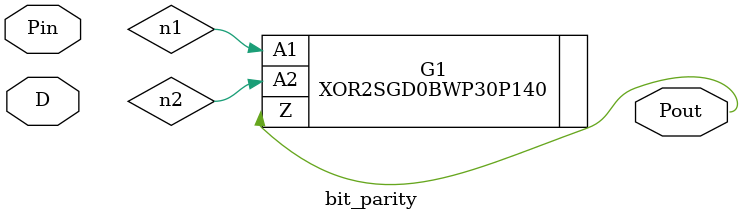
<source format=v>
module bit_parity (D, Pin, Pout);

input D, Pin;
output Pout;

wire Pout;
wire n1;
wire n2;

// assign n1 = D;
// assign n2 = Pin;

XOR2SGD0BWP30P140 G1(.A1(n1), .A2(n2), .Z(Pout));

endmodule

module nibble_parity (D, EN, DP);

input [3:0] D, EN;
output [4:0] DP;

wire n1, n2, n3, n4, n5, n6, n7, n8;

bit_parity          p0   (.D(D[0]), .Pin (1'b0), .Pout (n1));
CKMUX2SGD1BWP30P140 mux0 (.I0(1'b0), .I1(n1), .S(EN[0]), .Z(n2));
bit_parity          p1   (.D(D[1]),  .Pin (n2),  .Pout (n3));
CKMUX2SGD1BWP30P140 mux1 (.I0(n2), .I1(n3), .S(EN[1]), .Z(n4));
bit_parity          p2   (.D(D[2]),  .Pin (n4),  .Pout (n5));
CKMUX2SGD1BWP30P140 mux2 (.I0(n4), .I1(n5), .S(EN[2]), .Z(n6));
bit_parity          p3   (.D(D[3]),  .Pin (n6),  .Pout (n7));
CKMUX2SGD1BWP30P140 mux3 (.I0(n6), .I1(n7), .S(EN[3]), .Z(n8));

// assign DP = {n8, D};

endmodule






</source>
